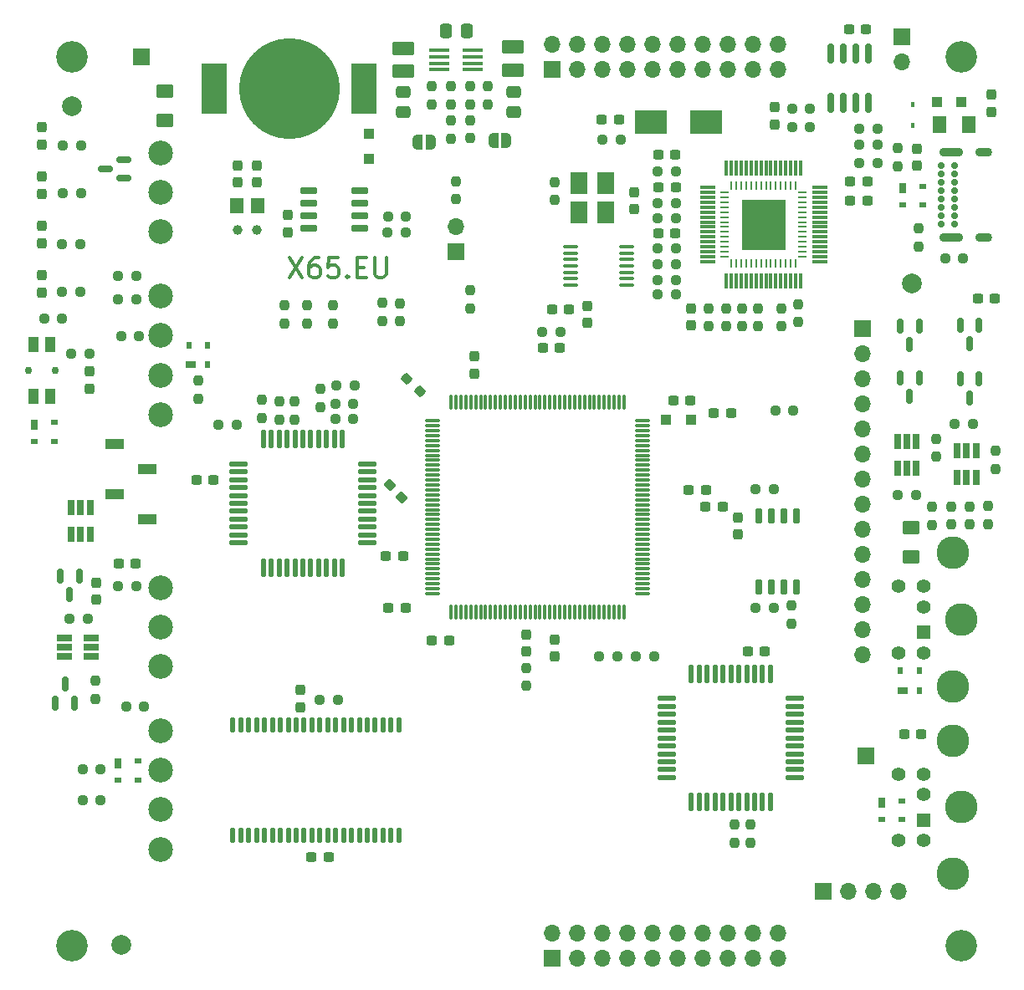
<source format=gbr>
%TF.GenerationSoftware,KiCad,Pcbnew,(6.0.7)*%
%TF.CreationDate,2023-03-28T13:11:04+02:00*%
%TF.ProjectId,open65,6f70656e-3635-42e6-9b69-6361645f7063,rev01*%
%TF.SameCoordinates,Original*%
%TF.FileFunction,Soldermask,Top*%
%TF.FilePolarity,Negative*%
%FSLAX46Y46*%
G04 Gerber Fmt 4.6, Leading zero omitted, Abs format (unit mm)*
G04 Created by KiCad (PCBNEW (6.0.7)) date 2023-03-28 13:11:04*
%MOMM*%
%LPD*%
G01*
G04 APERTURE LIST*
G04 Aperture macros list*
%AMRoundRect*
0 Rectangle with rounded corners*
0 $1 Rounding radius*
0 $2 $3 $4 $5 $6 $7 $8 $9 X,Y pos of 4 corners*
0 Add a 4 corners polygon primitive as box body*
4,1,4,$2,$3,$4,$5,$6,$7,$8,$9,$2,$3,0*
0 Add four circle primitives for the rounded corners*
1,1,$1+$1,$2,$3*
1,1,$1+$1,$4,$5*
1,1,$1+$1,$6,$7*
1,1,$1+$1,$8,$9*
0 Add four rect primitives between the rounded corners*
20,1,$1+$1,$2,$3,$4,$5,0*
20,1,$1+$1,$4,$5,$6,$7,0*
20,1,$1+$1,$6,$7,$8,$9,0*
20,1,$1+$1,$8,$9,$2,$3,0*%
%AMFreePoly0*
4,1,22,0.500000,-0.750000,0.000000,-0.750000,0.000000,-0.745033,-0.079941,-0.743568,-0.215256,-0.701293,-0.333266,-0.622738,-0.424486,-0.514219,-0.481581,-0.384460,-0.499164,-0.250000,-0.500000,-0.250000,-0.500000,0.250000,-0.499164,0.250000,-0.499963,0.256109,-0.478152,0.396186,-0.417904,0.524511,-0.324060,0.630769,-0.204165,0.706417,-0.067858,0.745374,0.000000,0.744959,0.000000,0.750000,
0.500000,0.750000,0.500000,-0.750000,0.500000,-0.750000,$1*%
%AMFreePoly1*
4,1,20,0.000000,0.744959,0.073905,0.744508,0.209726,0.703889,0.328688,0.626782,0.421226,0.519385,0.479903,0.390333,0.500000,0.250000,0.500000,-0.250000,0.499851,-0.262216,0.476331,-0.402017,0.414519,-0.529596,0.319384,-0.634700,0.198574,-0.708877,0.061801,-0.746166,0.000000,-0.745033,0.000000,-0.750000,-0.500000,-0.750000,-0.500000,0.750000,0.000000,0.750000,0.000000,0.744959,
0.000000,0.744959,$1*%
G04 Aperture macros list end*
%ADD10C,0.300000*%
%ADD11R,1.760000X2.250000*%
%ADD12RoundRect,0.137500X-0.137500X-0.800000X0.137500X-0.800000X0.137500X0.800000X-0.137500X0.800000X0*%
%ADD13RoundRect,0.137500X-0.800000X-0.137500X0.800000X-0.137500X0.800000X0.137500X-0.800000X0.137500X0*%
%ADD14RoundRect,0.137500X0.800000X0.137500X-0.800000X0.137500X-0.800000X-0.137500X0.800000X-0.137500X0*%
%ADD15RoundRect,0.137500X0.137500X0.800000X-0.137500X0.800000X-0.137500X-0.800000X0.137500X-0.800000X0*%
%ADD16RoundRect,0.237500X-0.237500X0.250000X-0.237500X-0.250000X0.237500X-0.250000X0.237500X0.250000X0*%
%ADD17R,0.650000X1.560000*%
%ADD18C,0.700000*%
%ADD19O,1.700000X0.900000*%
%ADD20O,2.400000X0.900000*%
%ADD21RoundRect,0.237500X0.250000X0.237500X-0.250000X0.237500X-0.250000X-0.237500X0.250000X-0.237500X0*%
%ADD22RoundRect,0.150000X-0.150000X0.587500X-0.150000X-0.587500X0.150000X-0.587500X0.150000X0.587500X0*%
%ADD23RoundRect,0.237500X0.300000X0.237500X-0.300000X0.237500X-0.300000X-0.237500X0.300000X-0.237500X0*%
%ADD24RoundRect,0.237500X-0.300000X-0.237500X0.300000X-0.237500X0.300000X0.237500X-0.300000X0.237500X0*%
%ADD25RoundRect,0.237500X0.237500X-0.250000X0.237500X0.250000X-0.237500X0.250000X-0.237500X-0.250000X0*%
%ADD26R,1.700000X1.700000*%
%ADD27RoundRect,0.237500X-0.250000X-0.237500X0.250000X-0.237500X0.250000X0.237500X-0.250000X0.237500X0*%
%ADD28R,1.560000X0.650000*%
%ADD29RoundRect,0.150000X-0.725000X-0.150000X0.725000X-0.150000X0.725000X0.150000X-0.725000X0.150000X0*%
%ADD30RoundRect,0.250001X-0.462499X-0.624999X0.462499X-0.624999X0.462499X0.624999X-0.462499X0.624999X0*%
%ADD31RoundRect,0.237500X-0.237500X0.300000X-0.237500X-0.300000X0.237500X-0.300000X0.237500X0.300000X0*%
%ADD32RoundRect,0.250001X-0.624999X0.462499X-0.624999X-0.462499X0.624999X-0.462499X0.624999X0.462499X0*%
%ADD33RoundRect,0.237500X-0.237500X0.287500X-0.237500X-0.287500X0.237500X-0.287500X0.237500X0.287500X0*%
%ADD34RoundRect,0.237500X0.344715X-0.008839X-0.008839X0.344715X-0.344715X0.008839X0.008839X-0.344715X0*%
%ADD35C,3.200000*%
%ADD36RoundRect,0.250001X-0.849999X0.462499X-0.849999X-0.462499X0.849999X-0.462499X0.849999X0.462499X0*%
%ADD37C,2.000000*%
%ADD38R,0.450000X0.600000*%
%ADD39C,1.000000*%
%ADD40C,0.750000*%
%ADD41R,1.000000X1.550000*%
%ADD42R,1.000000X1.000000*%
%ADD43RoundRect,0.150000X0.150000X-0.650000X0.150000X0.650000X-0.150000X0.650000X-0.150000X-0.650000X0*%
%ADD44RoundRect,0.237500X0.237500X-0.287500X0.237500X0.287500X-0.237500X0.287500X-0.237500X-0.287500X0*%
%ADD45RoundRect,0.237500X0.237500X-0.300000X0.237500X0.300000X-0.237500X0.300000X-0.237500X-0.300000X0*%
%ADD46R,1.900000X1.000000*%
%ADD47RoundRect,0.250000X0.475000X-0.337500X0.475000X0.337500X-0.475000X0.337500X-0.475000X-0.337500X0*%
%ADD48RoundRect,0.137500X-0.137500X0.625000X-0.137500X-0.625000X0.137500X-0.625000X0.137500X0.625000X0*%
%ADD49R,0.700000X1.000000*%
%ADD50R,0.700000X0.600000*%
%ADD51RoundRect,0.237500X-0.380070X0.044194X0.044194X-0.380070X0.380070X-0.044194X-0.044194X0.380070X0*%
%ADD52RoundRect,0.062500X-0.375000X-0.062500X0.375000X-0.062500X0.375000X0.062500X-0.375000X0.062500X0*%
%ADD53RoundRect,0.062500X-0.062500X-0.375000X0.062500X-0.375000X0.062500X0.375000X-0.062500X0.375000X0*%
%ADD54R,4.500000X5.200000*%
%ADD55RoundRect,0.075000X-0.700000X-0.075000X0.700000X-0.075000X0.700000X0.075000X-0.700000X0.075000X0*%
%ADD56RoundRect,0.075000X-0.075000X-0.700000X0.075000X-0.700000X0.075000X0.700000X-0.075000X0.700000X0*%
%ADD57O,1.700000X1.700000*%
%ADD58R,3.325000X2.400000*%
%ADD59R,2.500000X5.100000*%
%ADD60C,10.200000*%
%ADD61RoundRect,0.075000X-0.662500X-0.075000X0.662500X-0.075000X0.662500X0.075000X-0.662500X0.075000X0*%
%ADD62RoundRect,0.075000X-0.075000X-0.662500X0.075000X-0.662500X0.075000X0.662500X-0.075000X0.662500X0*%
%ADD63RoundRect,0.100000X0.637500X0.100000X-0.637500X0.100000X-0.637500X-0.100000X0.637500X-0.100000X0*%
%ADD64FreePoly0,180.000000*%
%ADD65FreePoly1,180.000000*%
%ADD66RoundRect,0.150000X0.587500X0.150000X-0.587500X0.150000X-0.587500X-0.150000X0.587500X-0.150000X0*%
%ADD67R,2.000000X0.400000*%
%ADD68RoundRect,0.150000X0.150000X-0.587500X0.150000X0.587500X-0.150000X0.587500X-0.150000X-0.587500X0*%
%ADD69RoundRect,0.250000X0.337500X0.475000X-0.337500X0.475000X-0.337500X-0.475000X0.337500X-0.475000X0*%
%ADD70R,1.000000X0.700000*%
%ADD71R,0.600000X0.700000*%
%ADD72RoundRect,0.150000X0.150000X-0.825000X0.150000X0.825000X-0.150000X0.825000X-0.150000X-0.825000X0*%
%ADD73R,1.400000X1.500000*%
%ADD74RoundRect,0.250001X0.849999X-0.462499X0.849999X0.462499X-0.849999X0.462499X-0.849999X-0.462499X0*%
%ADD75FreePoly0,0.000000*%
%ADD76FreePoly1,0.000000*%
%ADD77R,1.398000X1.398000*%
%ADD78C,1.398000*%
%ADD79C,3.306000*%
%ADD80C,2.500000*%
G04 APERTURE END LIST*
D10*
X82000000Y-75384761D02*
X83333333Y-77384761D01*
X83333333Y-75384761D02*
X82000000Y-77384761D01*
X84952380Y-75384761D02*
X84571428Y-75384761D01*
X84380952Y-75480000D01*
X84285714Y-75575238D01*
X84095238Y-75860952D01*
X84000000Y-76241904D01*
X84000000Y-77003809D01*
X84095238Y-77194285D01*
X84190476Y-77289523D01*
X84380952Y-77384761D01*
X84761904Y-77384761D01*
X84952380Y-77289523D01*
X85047619Y-77194285D01*
X85142857Y-77003809D01*
X85142857Y-76527619D01*
X85047619Y-76337142D01*
X84952380Y-76241904D01*
X84761904Y-76146666D01*
X84380952Y-76146666D01*
X84190476Y-76241904D01*
X84095238Y-76337142D01*
X84000000Y-76527619D01*
X86952380Y-75384761D02*
X86000000Y-75384761D01*
X85904761Y-76337142D01*
X86000000Y-76241904D01*
X86190476Y-76146666D01*
X86666666Y-76146666D01*
X86857142Y-76241904D01*
X86952380Y-76337142D01*
X87047619Y-76527619D01*
X87047619Y-77003809D01*
X86952380Y-77194285D01*
X86857142Y-77289523D01*
X86666666Y-77384761D01*
X86190476Y-77384761D01*
X86000000Y-77289523D01*
X85904761Y-77194285D01*
X87904761Y-77194285D02*
X88000000Y-77289523D01*
X87904761Y-77384761D01*
X87809523Y-77289523D01*
X87904761Y-77194285D01*
X87904761Y-77384761D01*
X88857142Y-76337142D02*
X89523809Y-76337142D01*
X89809523Y-77384761D02*
X88857142Y-77384761D01*
X88857142Y-75384761D01*
X89809523Y-75384761D01*
X90666666Y-75384761D02*
X90666666Y-77003809D01*
X90761904Y-77194285D01*
X90857142Y-77289523D01*
X91047619Y-77384761D01*
X91428571Y-77384761D01*
X91619047Y-77289523D01*
X91714285Y-77194285D01*
X91809523Y-77003809D01*
X91809523Y-75384761D01*
D11*
%TO.C,X301*%
X114050000Y-67825000D03*
X111350000Y-67825000D03*
X111350000Y-70775000D03*
X114050000Y-70775000D03*
%TD*%
D12*
%TO.C,U201*%
X79380000Y-93752500D03*
X80180000Y-93752500D03*
X80980000Y-93752500D03*
X81780000Y-93752500D03*
X82580000Y-93752500D03*
X83380000Y-93752500D03*
X84180000Y-93752500D03*
X84980000Y-93752500D03*
X85780000Y-93752500D03*
X86580000Y-93752500D03*
X87380000Y-93752500D03*
D13*
X89867500Y-96240000D03*
X89867500Y-97040000D03*
X89867500Y-97840000D03*
X89867500Y-98640000D03*
X89867500Y-99440000D03*
X89867500Y-100240000D03*
X89867500Y-101040000D03*
X89867500Y-101840000D03*
X89867500Y-102640000D03*
X89867500Y-103440000D03*
X89867500Y-104240000D03*
D12*
X87380000Y-106727500D03*
X86580000Y-106727500D03*
X85780000Y-106727500D03*
X84980000Y-106727500D03*
X84180000Y-106727500D03*
X83380000Y-106727500D03*
X82580000Y-106727500D03*
X81780000Y-106727500D03*
X80980000Y-106727500D03*
X80180000Y-106727500D03*
X79380000Y-106727500D03*
D13*
X76892500Y-104240000D03*
X76892500Y-103440000D03*
X76892500Y-102640000D03*
X76892500Y-101840000D03*
X76892500Y-101040000D03*
X76892500Y-100240000D03*
X76892500Y-99440000D03*
X76892500Y-98640000D03*
X76892500Y-97840000D03*
X76892500Y-97040000D03*
X76892500Y-96240000D03*
%TD*%
D14*
%TO.C,U401*%
X133187500Y-128000000D03*
X133187500Y-127200000D03*
X133187500Y-126400000D03*
X133187500Y-125600000D03*
X133187500Y-124800000D03*
X133187500Y-124000000D03*
X133187500Y-123200000D03*
X133187500Y-122400000D03*
X133187500Y-121600000D03*
X133187500Y-120800000D03*
X133187500Y-120000000D03*
D15*
X130700000Y-117512500D03*
X129900000Y-117512500D03*
X129100000Y-117512500D03*
X128300000Y-117512500D03*
X127500000Y-117512500D03*
X126700000Y-117512500D03*
X125900000Y-117512500D03*
X125100000Y-117512500D03*
X124300000Y-117512500D03*
X123500000Y-117512500D03*
X122700000Y-117512500D03*
D14*
X120212500Y-120000000D03*
X120212500Y-120800000D03*
X120212500Y-121600000D03*
X120212500Y-122400000D03*
X120212500Y-123200000D03*
X120212500Y-124000000D03*
X120212500Y-124800000D03*
X120212500Y-125600000D03*
X120212500Y-126400000D03*
X120212500Y-127200000D03*
X120212500Y-128000000D03*
D15*
X122700000Y-130487500D03*
X123500000Y-130487500D03*
X124300000Y-130487500D03*
X125100000Y-130487500D03*
X125900000Y-130487500D03*
X126700000Y-130487500D03*
X127500000Y-130487500D03*
X128300000Y-130487500D03*
X129100000Y-130487500D03*
X129900000Y-130487500D03*
X130700000Y-130487500D03*
%TD*%
D16*
%TO.C,R517*%
X100300000Y-78687500D03*
X100300000Y-80512500D03*
%TD*%
D17*
%TO.C,U602*%
X149600000Y-97600000D03*
X150550000Y-97600000D03*
X151500000Y-97600000D03*
X151500000Y-94900000D03*
X150550000Y-94900000D03*
X149600000Y-94900000D03*
%TD*%
D18*
%TO.C,J501*%
X147975000Y-71975000D03*
X147975000Y-71125000D03*
X147975000Y-70275000D03*
X147975000Y-69425000D03*
X147975000Y-68575000D03*
X147975000Y-67725000D03*
X147975000Y-66875000D03*
X147975000Y-66025000D03*
X149325000Y-66025000D03*
X149325000Y-66875000D03*
X149325000Y-67725000D03*
X149325000Y-68575000D03*
X149325000Y-69425000D03*
X149325000Y-70275000D03*
X149325000Y-71125000D03*
X149325000Y-71975000D03*
D19*
X152335000Y-64675000D03*
X152335000Y-73325000D03*
D20*
X148955000Y-64675000D03*
X148955000Y-73325000D03*
%TD*%
D21*
%TO.C,R305*%
X131012500Y-98800000D03*
X129187500Y-98800000D03*
%TD*%
D22*
%TO.C,Q601*%
X145750000Y-87512500D03*
X143850000Y-87512500D03*
X144800000Y-89387500D03*
%TD*%
D23*
%TO.C,C601*%
X153412500Y-79500000D03*
X151687500Y-79500000D03*
%TD*%
D21*
%TO.C,R514*%
X121112500Y-77600000D03*
X119287500Y-77600000D03*
%TD*%
%TO.C,R515*%
X121112500Y-79100000D03*
X119287500Y-79100000D03*
%TD*%
D24*
%TO.C,C502*%
X138787500Y-67680000D03*
X140512500Y-67680000D03*
%TD*%
D16*
%TO.C,R214*%
X83800000Y-80167500D03*
X83800000Y-81992500D03*
%TD*%
D25*
%TO.C,R414*%
X62400000Y-120012500D03*
X62400000Y-118187500D03*
%TD*%
D26*
%TO.C,J703*%
X140400000Y-125800000D03*
%TD*%
D27*
%TO.C,R707*%
X59087500Y-64000000D03*
X60912500Y-64000000D03*
%TD*%
D28*
%TO.C,U403*%
X59250000Y-113850000D03*
X59250000Y-114800000D03*
X59250000Y-115750000D03*
X61950000Y-115750000D03*
X61950000Y-114800000D03*
X61950000Y-113850000D03*
%TD*%
D21*
%TO.C,R509*%
X134712500Y-62100000D03*
X132887500Y-62100000D03*
%TD*%
D29*
%TO.C,U402*%
X83975000Y-68575000D03*
X83975000Y-69845000D03*
X83975000Y-71115000D03*
X83975000Y-72385000D03*
X89125000Y-72385000D03*
X89125000Y-71115000D03*
X89125000Y-69845000D03*
X89125000Y-68575000D03*
%TD*%
D30*
%TO.C,F501*%
X147812500Y-61900000D03*
X150787500Y-61900000D03*
%TD*%
D31*
%TO.C,C307*%
X106000000Y-113537500D03*
X106000000Y-115262500D03*
%TD*%
D32*
%TO.C,F401*%
X69400000Y-58512500D03*
X69400000Y-61487500D03*
%TD*%
D24*
%TO.C,C405*%
X64737500Y-106350000D03*
X66462500Y-106350000D03*
%TD*%
D25*
%TO.C,R207*%
X86400000Y-81992500D03*
X86400000Y-80167500D03*
%TD*%
D33*
%TO.C,D502*%
X153100000Y-58825000D03*
X153100000Y-60575000D03*
%TD*%
D31*
%TO.C,C309*%
X127400000Y-101637500D03*
X127400000Y-103362500D03*
%TD*%
D27*
%TO.C,R508*%
X139687500Y-63900000D03*
X141512500Y-63900000D03*
%TD*%
D17*
%TO.C,U404*%
X59950000Y-103350000D03*
X60900000Y-103350000D03*
X61850000Y-103350000D03*
X61850000Y-100650000D03*
X60900000Y-100650000D03*
X59950000Y-100650000D03*
%TD*%
D34*
%TO.C,R210*%
X95195235Y-88875235D03*
X93904765Y-87584765D03*
%TD*%
D31*
%TO.C,C201*%
X83100000Y-119137500D03*
X83100000Y-120862500D03*
%TD*%
D25*
%TO.C,R604*%
X152700000Y-102312500D03*
X152700000Y-100487500D03*
%TD*%
D21*
%TO.C,R209*%
X88483500Y-90200000D03*
X86658500Y-90200000D03*
%TD*%
%TO.C,R415*%
X60825000Y-74000000D03*
X59000000Y-74000000D03*
%TD*%
D16*
%TO.C,R606*%
X147500000Y-93687500D03*
X147500000Y-95512500D03*
%TD*%
D31*
%TO.C,C303*%
X112200000Y-80217500D03*
X112200000Y-81942500D03*
%TD*%
D21*
%TO.C,R502*%
X150212500Y-75400000D03*
X148387500Y-75400000D03*
%TD*%
D24*
%TO.C,C505*%
X113637500Y-61380000D03*
X115362500Y-61380000D03*
%TD*%
%TO.C,C314*%
X120887500Y-89830000D03*
X122612500Y-89830000D03*
%TD*%
D27*
%TO.C,R307*%
X59087500Y-68800000D03*
X60912500Y-68800000D03*
%TD*%
D16*
%TO.C,R304*%
X132800000Y-110587500D03*
X132800000Y-112412500D03*
%TD*%
D35*
%TO.C,H101*%
X60000000Y-55000000D03*
%TD*%
D16*
%TO.C,R401*%
X127100000Y-132787500D03*
X127100000Y-134612500D03*
%TD*%
D27*
%TO.C,R412*%
X64687500Y-79600000D03*
X66512500Y-79600000D03*
%TD*%
D36*
%TO.C,L702*%
X104600000Y-54037500D03*
X104600000Y-56362500D03*
%TD*%
D35*
%TO.C,H103*%
X150000000Y-145000000D03*
%TD*%
D24*
%TO.C,C202*%
X84237500Y-136080000D03*
X85962500Y-136080000D03*
%TD*%
D21*
%TO.C,R513*%
X121112500Y-76000000D03*
X119287500Y-76000000D03*
%TD*%
D16*
%TO.C,R501*%
X145700000Y-72387500D03*
X145700000Y-74212500D03*
%TD*%
%TO.C,R511*%
X126250000Y-80467500D03*
X126250000Y-82292500D03*
%TD*%
D37*
%TO.C,FID101*%
X60000000Y-59980000D03*
%TD*%
D38*
%TO.C,D503*%
X145100000Y-59850000D03*
X145100000Y-61950000D03*
%TD*%
D39*
%TO.C,Y401*%
X76800000Y-72580000D03*
X78700000Y-72580000D03*
%TD*%
D25*
%TO.C,R703*%
X98400000Y-63312500D03*
X98400000Y-61487500D03*
%TD*%
%TO.C,R503*%
X143600000Y-66112500D03*
X143600000Y-64287500D03*
%TD*%
D40*
%TO.C,SW301*%
X58325000Y-86750000D03*
X55575000Y-86750000D03*
D41*
X56100000Y-89375000D03*
X56100000Y-84125000D03*
X57800000Y-89375000D03*
X57800000Y-84125000D03*
%TD*%
D31*
%TO.C,C509*%
X122650000Y-80517500D03*
X122650000Y-82242500D03*
%TD*%
D27*
%TO.C,R309*%
X113687500Y-63430000D03*
X115512500Y-63430000D03*
%TD*%
D16*
%TO.C,R608*%
X153450000Y-94937500D03*
X153450000Y-96762500D03*
%TD*%
D31*
%TO.C,C302*%
X108900000Y-114037500D03*
X108900000Y-115762500D03*
%TD*%
D42*
%TO.C,D301*%
X120150000Y-91800000D03*
X122650000Y-91800000D03*
%TD*%
D16*
%TO.C,R516*%
X129450000Y-80467500D03*
X129450000Y-82292500D03*
%TD*%
D21*
%TO.C,R302*%
X131012500Y-110800000D03*
X129187500Y-110800000D03*
%TD*%
%TO.C,R607*%
X151162500Y-92200000D03*
X149337500Y-92200000D03*
%TD*%
D16*
%TO.C,R510*%
X124450000Y-80467500D03*
X124450000Y-82292500D03*
%TD*%
D27*
%TO.C,R306*%
X117087500Y-115700000D03*
X118912500Y-115700000D03*
%TD*%
D31*
%TO.C,C317*%
X61750000Y-86887500D03*
X61750000Y-88612500D03*
%TD*%
D21*
%TO.C,R506*%
X134712500Y-60300000D03*
X132887500Y-60300000D03*
%TD*%
D37*
%TO.C,FID102*%
X145000000Y-77980000D03*
%TD*%
D27*
%TO.C,R505*%
X119287500Y-74400000D03*
X121112500Y-74400000D03*
%TD*%
D23*
%TO.C,C503*%
X121062500Y-72900000D03*
X119337500Y-72900000D03*
%TD*%
D25*
%TO.C,R407*%
X72800000Y-89612500D03*
X72800000Y-87787500D03*
%TD*%
D43*
%TO.C,U302*%
X129495000Y-108700000D03*
X130765000Y-108700000D03*
X132035000Y-108700000D03*
X133305000Y-108700000D03*
X133305000Y-101500000D03*
X132035000Y-101500000D03*
X130765000Y-101500000D03*
X129495000Y-101500000D03*
%TD*%
D31*
%TO.C,C501*%
X145500000Y-64337500D03*
X145500000Y-66062500D03*
%TD*%
D16*
%TO.C,R512*%
X127850000Y-80467500D03*
X127850000Y-82292500D03*
%TD*%
D44*
%TO.C,D402*%
X57000000Y-73875000D03*
X57000000Y-72125000D03*
%TD*%
D24*
%TO.C,C305*%
X124137500Y-100580000D03*
X125862500Y-100580000D03*
%TD*%
D23*
%TO.C,C311*%
X93500000Y-105580000D03*
X91775000Y-105580000D03*
%TD*%
D27*
%TO.C,R406*%
X61087500Y-127200000D03*
X62912500Y-127200000D03*
%TD*%
D45*
%TO.C,C315*%
X116900000Y-70462500D03*
X116900000Y-68737500D03*
%TD*%
D23*
%TO.C,C504*%
X121112500Y-68250000D03*
X119387500Y-68250000D03*
%TD*%
D26*
%TO.C,J702*%
X67000000Y-55000000D03*
%TD*%
D27*
%TO.C,R504*%
X119287500Y-69800000D03*
X121112500Y-69800000D03*
%TD*%
D25*
%TO.C,R706*%
X100300000Y-63262500D03*
X100300000Y-61437500D03*
%TD*%
D46*
%TO.C,J604*%
X64350000Y-94190000D03*
X67650000Y-96730000D03*
X64350000Y-99270000D03*
X67650000Y-101810000D03*
%TD*%
D42*
%TO.C,D401*%
X90100000Y-65350000D03*
X90100000Y-62850000D03*
%TD*%
D37*
%TO.C,FID104*%
X65000000Y-144980000D03*
%TD*%
D24*
%TO.C,C406*%
X128400000Y-115200000D03*
X130125000Y-115200000D03*
%TD*%
D47*
%TO.C,C703*%
X104700000Y-60637500D03*
X104700000Y-58562500D03*
%TD*%
D24*
%TO.C,C507*%
X138637500Y-52200000D03*
X140362500Y-52200000D03*
%TD*%
D22*
%TO.C,Q603*%
X151800000Y-82212500D03*
X149900000Y-82212500D03*
X150850000Y-84087500D03*
%TD*%
D45*
%TO.C,C404*%
X62500000Y-109962500D03*
X62500000Y-108237500D03*
%TD*%
D48*
%TO.C,U202*%
X93100000Y-122712500D03*
X92300000Y-122712500D03*
X91500000Y-122712500D03*
X90700000Y-122712500D03*
X89900000Y-122712500D03*
X89100000Y-122712500D03*
X88300000Y-122712500D03*
X87500000Y-122712500D03*
X86700000Y-122712500D03*
X85900000Y-122712500D03*
X85100000Y-122712500D03*
X84300000Y-122712500D03*
X83500000Y-122712500D03*
X82700000Y-122712500D03*
X81900000Y-122712500D03*
X81100000Y-122712500D03*
X80300000Y-122712500D03*
X79500000Y-122712500D03*
X78700000Y-122712500D03*
X77900000Y-122712500D03*
X77100000Y-122712500D03*
X76300000Y-122712500D03*
X76300000Y-133887500D03*
X77100000Y-133887500D03*
X77900000Y-133887500D03*
X78700000Y-133887500D03*
X79500000Y-133887500D03*
X80300000Y-133887500D03*
X81100000Y-133887500D03*
X81900000Y-133887500D03*
X82700000Y-133887500D03*
X83500000Y-133887500D03*
X84300000Y-133887500D03*
X85100000Y-133887500D03*
X85900000Y-133887500D03*
X86700000Y-133887500D03*
X87500000Y-133887500D03*
X88300000Y-133887500D03*
X89100000Y-133887500D03*
X89900000Y-133887500D03*
X90700000Y-133887500D03*
X91500000Y-133887500D03*
X92300000Y-133887500D03*
X93100000Y-133887500D03*
%TD*%
D27*
%TO.C,R204*%
X74847500Y-92239000D03*
X76672500Y-92239000D03*
%TD*%
D49*
%TO.C,D303*%
X56200000Y-92250000D03*
D50*
X56200000Y-93950000D03*
X58200000Y-93950000D03*
X58200000Y-92050000D03*
%TD*%
D25*
%TO.C,R212*%
X82491000Y-91754500D03*
X82491000Y-89929500D03*
%TD*%
D21*
%TO.C,R416*%
X60825000Y-78800000D03*
X59000000Y-78800000D03*
%TD*%
D25*
%TO.C,R602*%
X149000000Y-102362500D03*
X149000000Y-100537500D03*
%TD*%
D51*
%TO.C,C204*%
X92190120Y-98390120D03*
X93409880Y-99609880D03*
%TD*%
D45*
%TO.C,C402*%
X76800000Y-67742500D03*
X76800000Y-66017500D03*
%TD*%
D52*
%TO.C,U501*%
X126062500Y-68750000D03*
X126062500Y-69250000D03*
X126062500Y-69750000D03*
X126062500Y-70250000D03*
X126062500Y-70750000D03*
X126062500Y-71250000D03*
X126062500Y-71750000D03*
X126062500Y-72250000D03*
X126062500Y-72750000D03*
X126062500Y-73250000D03*
X126062500Y-73750000D03*
X126062500Y-74250000D03*
X126062500Y-74750000D03*
X126062500Y-75250000D03*
D53*
X126750000Y-75937500D03*
X127250000Y-75937500D03*
X127750000Y-75937500D03*
X128250000Y-75937500D03*
X128750000Y-75937500D03*
X129250000Y-75937500D03*
X129750000Y-75937500D03*
X130250000Y-75937500D03*
X130750000Y-75937500D03*
X131250000Y-75937500D03*
X131750000Y-75937500D03*
X132250000Y-75937500D03*
X132750000Y-75937500D03*
X133250000Y-75937500D03*
D52*
X133937500Y-75250000D03*
X133937500Y-74750000D03*
X133937500Y-74250000D03*
X133937500Y-73750000D03*
X133937500Y-73250000D03*
X133937500Y-72750000D03*
X133937500Y-72250000D03*
X133937500Y-71750000D03*
X133937500Y-71250000D03*
X133937500Y-70750000D03*
X133937500Y-70250000D03*
X133937500Y-69750000D03*
X133937500Y-69250000D03*
X133937500Y-68750000D03*
D53*
X133250000Y-68062500D03*
X132750000Y-68062500D03*
X132250000Y-68062500D03*
X131750000Y-68062500D03*
X131250000Y-68062500D03*
X130750000Y-68062500D03*
X130250000Y-68062500D03*
X129750000Y-68062500D03*
X129250000Y-68062500D03*
X128750000Y-68062500D03*
X128250000Y-68062500D03*
X127750000Y-68062500D03*
X127250000Y-68062500D03*
X126750000Y-68062500D03*
D54*
X130000000Y-72000000D03*
%TD*%
D21*
%TO.C,R301*%
X115212500Y-115700000D03*
X113387500Y-115700000D03*
%TD*%
%TO.C,R507*%
X141512500Y-62300000D03*
X139687500Y-62300000D03*
%TD*%
D25*
%TO.C,R206*%
X79200000Y-91592500D03*
X79200000Y-89767500D03*
%TD*%
D16*
%TO.C,R518*%
X131800000Y-80467500D03*
X131800000Y-82292500D03*
%TD*%
D24*
%TO.C,C508*%
X138775000Y-69600000D03*
X140500000Y-69600000D03*
%TD*%
D25*
%TO.C,R521*%
X98850000Y-69442500D03*
X98850000Y-67617500D03*
%TD*%
D16*
%TO.C,R202*%
X93200000Y-79967500D03*
X93200000Y-81792500D03*
%TD*%
D55*
%TO.C,U504*%
X124325000Y-68250000D03*
X124325000Y-68750000D03*
X124325000Y-69250000D03*
X124325000Y-69750000D03*
X124325000Y-70250000D03*
X124325000Y-70750000D03*
X124325000Y-71250000D03*
X124325000Y-71750000D03*
X124325000Y-72250000D03*
X124325000Y-72750000D03*
X124325000Y-73250000D03*
X124325000Y-73750000D03*
X124325000Y-74250000D03*
X124325000Y-74750000D03*
X124325000Y-75250000D03*
X124325000Y-75750000D03*
D56*
X126250000Y-77675000D03*
X126750000Y-77675000D03*
X127250000Y-77675000D03*
X127750000Y-77675000D03*
X128250000Y-77675000D03*
X128750000Y-77675000D03*
X129250000Y-77675000D03*
X129750000Y-77675000D03*
X130250000Y-77675000D03*
X130750000Y-77675000D03*
X131250000Y-77675000D03*
X131750000Y-77675000D03*
X132250000Y-77675000D03*
X132750000Y-77675000D03*
X133250000Y-77675000D03*
X133750000Y-77675000D03*
D55*
X135675000Y-75750000D03*
X135675000Y-75250000D03*
X135675000Y-74750000D03*
X135675000Y-74250000D03*
X135675000Y-73750000D03*
X135675000Y-73250000D03*
X135675000Y-72750000D03*
X135675000Y-72250000D03*
X135675000Y-71750000D03*
X135675000Y-71250000D03*
X135675000Y-70750000D03*
X135675000Y-70250000D03*
X135675000Y-69750000D03*
X135675000Y-69250000D03*
X135675000Y-68750000D03*
X135675000Y-68250000D03*
D56*
X133750000Y-66325000D03*
X133250000Y-66325000D03*
X132750000Y-66325000D03*
X132250000Y-66325000D03*
X131750000Y-66325000D03*
X131250000Y-66325000D03*
X130750000Y-66325000D03*
X130250000Y-66325000D03*
X129750000Y-66325000D03*
X129250000Y-66325000D03*
X128750000Y-66325000D03*
X128250000Y-66325000D03*
X127750000Y-66325000D03*
X127250000Y-66325000D03*
X126750000Y-66325000D03*
X126250000Y-66325000D03*
%TD*%
D31*
%TO.C,C401*%
X81850000Y-71067500D03*
X81850000Y-72792500D03*
%TD*%
D27*
%TO.C,R520*%
X139687500Y-65760000D03*
X141512500Y-65760000D03*
%TD*%
D16*
%TO.C,R702*%
X96400000Y-57987500D03*
X96400000Y-59812500D03*
%TD*%
D27*
%TO.C,FB502*%
X119287500Y-66600000D03*
X121112500Y-66600000D03*
%TD*%
D22*
%TO.C,Q602*%
X145750000Y-82262500D03*
X143850000Y-82262500D03*
X144800000Y-84137500D03*
%TD*%
D16*
%TO.C,R402*%
X128700000Y-132787500D03*
X128700000Y-134612500D03*
%TD*%
D45*
%TO.C,C306*%
X100750000Y-87079999D03*
X100750000Y-85354999D03*
%TD*%
D26*
%TO.C,J601*%
X108575000Y-146275000D03*
D57*
X108575000Y-143735000D03*
X111115000Y-146275000D03*
X111115000Y-143735000D03*
X113655000Y-146275000D03*
X113655000Y-143735000D03*
X116195000Y-146275000D03*
X116195000Y-143735000D03*
X118735000Y-146275000D03*
X118735000Y-143735000D03*
X121275000Y-146275000D03*
X121275000Y-143735000D03*
X123815000Y-146275000D03*
X123815000Y-143735000D03*
X126355000Y-146275000D03*
X126355000Y-143735000D03*
X128895000Y-146275000D03*
X128895000Y-143735000D03*
X131435000Y-146275000D03*
X131435000Y-143735000D03*
%TD*%
D27*
%TO.C,R410*%
X64687500Y-77200000D03*
X66512500Y-77200000D03*
%TD*%
D58*
%TO.C,Y501*%
X124162500Y-61630000D03*
X118637500Y-61630000D03*
%TD*%
D59*
%TO.C,BT401*%
X74400000Y-58250000D03*
X89600000Y-58250000D03*
D60*
X82000000Y-58250000D03*
%TD*%
D25*
%TO.C,R205*%
X91400000Y-81780000D03*
X91400000Y-79955000D03*
%TD*%
D45*
%TO.C,C510*%
X131100000Y-61842500D03*
X131100000Y-60117500D03*
%TD*%
D27*
%TO.C,R413*%
X59787500Y-111900000D03*
X61612500Y-111900000D03*
%TD*%
D26*
%TO.C,JP501*%
X98875000Y-74730000D03*
D57*
X98875000Y-72190000D03*
%TD*%
D23*
%TO.C,C602*%
X145962500Y-123600000D03*
X144237500Y-123600000D03*
%TD*%
D42*
%TO.C,D501*%
X147550000Y-59600000D03*
X150050000Y-59600000D03*
%TD*%
D32*
%TO.C,F601*%
X144910000Y-102714564D03*
X144910000Y-105689564D03*
%TD*%
D27*
%TO.C,FB501*%
X119287500Y-71400000D03*
X121112500Y-71400000D03*
%TD*%
D49*
%TO.C,D404*%
X64700000Y-126550000D03*
D50*
X64700000Y-128250000D03*
X66700000Y-128250000D03*
X66700000Y-126350000D03*
%TD*%
D49*
%TO.C,D602*%
X142000000Y-130550000D03*
D50*
X142000000Y-132250000D03*
X144000000Y-132250000D03*
X144000000Y-130350000D03*
%TD*%
D61*
%TO.C,U301*%
X96466500Y-91871000D03*
X96466500Y-92371000D03*
X96466500Y-92871000D03*
X96466500Y-93371000D03*
X96466500Y-93871000D03*
X96466500Y-94371000D03*
X96466500Y-94871000D03*
X96466500Y-95371000D03*
X96466500Y-95871000D03*
X96466500Y-96371000D03*
X96466500Y-96871000D03*
X96466500Y-97371000D03*
X96466500Y-97871000D03*
X96466500Y-98371000D03*
X96466500Y-98871000D03*
X96466500Y-99371000D03*
X96466500Y-99871000D03*
X96466500Y-100371000D03*
X96466500Y-100871000D03*
X96466500Y-101371000D03*
X96466500Y-101871000D03*
X96466500Y-102371000D03*
X96466500Y-102871000D03*
X96466500Y-103371000D03*
X96466500Y-103871000D03*
X96466500Y-104371000D03*
X96466500Y-104871000D03*
X96466500Y-105371000D03*
X96466500Y-105871000D03*
X96466500Y-106371000D03*
X96466500Y-106871000D03*
X96466500Y-107371000D03*
X96466500Y-107871000D03*
X96466500Y-108371000D03*
X96466500Y-108871000D03*
X96466500Y-109371000D03*
D62*
X98379000Y-111283500D03*
X98879000Y-111283500D03*
X99379000Y-111283500D03*
X99879000Y-111283500D03*
X100379000Y-111283500D03*
X100879000Y-111283500D03*
X101379000Y-111283500D03*
X101879000Y-111283500D03*
X102379000Y-111283500D03*
X102879000Y-111283500D03*
X103379000Y-111283500D03*
X103879000Y-111283500D03*
X104379000Y-111283500D03*
X104879000Y-111283500D03*
X105379000Y-111283500D03*
X105879000Y-111283500D03*
X106379000Y-111283500D03*
X106879000Y-111283500D03*
X107379000Y-111283500D03*
X107879000Y-111283500D03*
X108379000Y-111283500D03*
X108879000Y-111283500D03*
X109379000Y-111283500D03*
X109879000Y-111283500D03*
X110379000Y-111283500D03*
X110879000Y-111283500D03*
X111379000Y-111283500D03*
X111879000Y-111283500D03*
X112379000Y-111283500D03*
X112879000Y-111283500D03*
X113379000Y-111283500D03*
X113879000Y-111283500D03*
X114379000Y-111283500D03*
X114879000Y-111283500D03*
X115379000Y-111283500D03*
X115879000Y-111283500D03*
D61*
X117791500Y-109371000D03*
X117791500Y-108871000D03*
X117791500Y-108371000D03*
X117791500Y-107871000D03*
X117791500Y-107371000D03*
X117791500Y-106871000D03*
X117791500Y-106371000D03*
X117791500Y-105871000D03*
X117791500Y-105371000D03*
X117791500Y-104871000D03*
X117791500Y-104371000D03*
X117791500Y-103871000D03*
X117791500Y-103371000D03*
X117791500Y-102871000D03*
X117791500Y-102371000D03*
X117791500Y-101871000D03*
X117791500Y-101371000D03*
X117791500Y-100871000D03*
X117791500Y-100371000D03*
X117791500Y-99871000D03*
X117791500Y-99371000D03*
X117791500Y-98871000D03*
X117791500Y-98371000D03*
X117791500Y-97871000D03*
X117791500Y-97371000D03*
X117791500Y-96871000D03*
X117791500Y-96371000D03*
X117791500Y-95871000D03*
X117791500Y-95371000D03*
X117791500Y-94871000D03*
X117791500Y-94371000D03*
X117791500Y-93871000D03*
X117791500Y-93371000D03*
X117791500Y-92871000D03*
X117791500Y-92371000D03*
X117791500Y-91871000D03*
D62*
X115879000Y-89958500D03*
X115379000Y-89958500D03*
X114879000Y-89958500D03*
X114379000Y-89958500D03*
X113879000Y-89958500D03*
X113379000Y-89958500D03*
X112879000Y-89958500D03*
X112379000Y-89958500D03*
X111879000Y-89958500D03*
X111379000Y-89958500D03*
X110879000Y-89958500D03*
X110379000Y-89958500D03*
X109879000Y-89958500D03*
X109379000Y-89958500D03*
X108879000Y-89958500D03*
X108379000Y-89958500D03*
X107879000Y-89958500D03*
X107379000Y-89958500D03*
X106879000Y-89958500D03*
X106379000Y-89958500D03*
X105879000Y-89958500D03*
X105379000Y-89958500D03*
X104879000Y-89958500D03*
X104379000Y-89958500D03*
X103879000Y-89958500D03*
X103379000Y-89958500D03*
X102879000Y-89958500D03*
X102379000Y-89958500D03*
X101879000Y-89958500D03*
X101379000Y-89958500D03*
X100879000Y-89958500D03*
X100379000Y-89958500D03*
X99879000Y-89958500D03*
X99379000Y-89958500D03*
X98879000Y-89958500D03*
X98379000Y-89958500D03*
%TD*%
D63*
%TO.C,U503*%
X116162500Y-78150000D03*
X116162500Y-77500000D03*
X116162500Y-76850000D03*
X116162500Y-76200000D03*
X116162500Y-75550000D03*
X116162500Y-74900000D03*
X116162500Y-74250000D03*
X110437500Y-74250000D03*
X110437500Y-74900000D03*
X110437500Y-75550000D03*
X110437500Y-76200000D03*
X110437500Y-76850000D03*
X110437500Y-77500000D03*
X110437500Y-78150000D03*
%TD*%
D26*
%TO.C,J602*%
X108575000Y-56275000D03*
D57*
X108575000Y-53735000D03*
X111115000Y-56275000D03*
X111115000Y-53735000D03*
X113655000Y-56275000D03*
X113655000Y-53735000D03*
X116195000Y-56275000D03*
X116195000Y-53735000D03*
X118735000Y-56275000D03*
X118735000Y-53735000D03*
X121275000Y-56275000D03*
X121275000Y-53735000D03*
X123815000Y-56275000D03*
X123815000Y-53735000D03*
X126355000Y-56275000D03*
X126355000Y-53735000D03*
X128895000Y-56275000D03*
X128895000Y-53735000D03*
X131435000Y-56275000D03*
X131435000Y-53735000D03*
%TD*%
D21*
%TO.C,R211*%
X86658500Y-91700000D03*
X88483500Y-91700000D03*
%TD*%
D24*
%TO.C,C316*%
X108587500Y-80580000D03*
X110312500Y-80580000D03*
%TD*%
D17*
%TO.C,U601*%
X143550000Y-96700000D03*
X144500000Y-96700000D03*
X145450000Y-96700000D03*
X145450000Y-94000000D03*
X144500000Y-94000000D03*
X143550000Y-94000000D03*
%TD*%
D27*
%TO.C,R411*%
X64687500Y-108600000D03*
X66512500Y-108600000D03*
%TD*%
D23*
%TO.C,C304*%
X93762500Y-110780000D03*
X92037500Y-110780000D03*
%TD*%
D16*
%TO.C,R519*%
X133500000Y-80067500D03*
X133500000Y-81892500D03*
%TD*%
%TO.C,FB301*%
X106000000Y-116887500D03*
X106000000Y-118712500D03*
%TD*%
D23*
%TO.C,C310*%
X98162500Y-114080000D03*
X96437500Y-114080000D03*
%TD*%
D26*
%TO.C,J607*%
X136050000Y-139500000D03*
D57*
X138590000Y-139500000D03*
X141130000Y-139500000D03*
X143670000Y-139500000D03*
%TD*%
D27*
%TO.C,R601*%
X143575000Y-99350000D03*
X145400000Y-99350000D03*
%TD*%
D24*
%TO.C,C506*%
X119337500Y-64900000D03*
X121062500Y-64900000D03*
%TD*%
D27*
%TO.C,R201*%
X85087500Y-120100000D03*
X86912500Y-120100000D03*
%TD*%
D64*
%TO.C,JP701*%
X96300000Y-63650000D03*
D65*
X95000000Y-63650000D03*
%TD*%
D16*
%TO.C,R203*%
X81500000Y-80167500D03*
X81500000Y-81992500D03*
%TD*%
D66*
%TO.C,Q301*%
X65287500Y-67330000D03*
X65287500Y-65430000D03*
X63412500Y-66380000D03*
%TD*%
D25*
%TO.C,R605*%
X147050000Y-102412500D03*
X147050000Y-100587500D03*
%TD*%
D26*
%TO.C,J603*%
X140000000Y-82560000D03*
D57*
X140000000Y-85100000D03*
X140000000Y-87640000D03*
X140000000Y-90180000D03*
X140000000Y-92720000D03*
X140000000Y-95260000D03*
X140000000Y-97800000D03*
X140000000Y-100340000D03*
X140000000Y-102880000D03*
X140000000Y-105420000D03*
X140000000Y-107960000D03*
X140000000Y-110500000D03*
X140000000Y-113040000D03*
X140000000Y-115580000D03*
%TD*%
D26*
%TO.C,J701*%
X144000000Y-53000000D03*
D57*
X144000000Y-55540000D03*
%TD*%
D24*
%TO.C,C301*%
X124987500Y-91050000D03*
X126712500Y-91050000D03*
%TD*%
D27*
%TO.C,R215*%
X86785500Y-88302000D03*
X88610500Y-88302000D03*
%TD*%
D44*
%TO.C,D701*%
X57000000Y-63925000D03*
X57000000Y-62175000D03*
%TD*%
%TO.C,D302*%
X57000000Y-68875000D03*
X57000000Y-67125000D03*
%TD*%
D27*
%TO.C,R403*%
X91987500Y-71160000D03*
X93812500Y-71160000D03*
%TD*%
D23*
%TO.C,C203*%
X74362500Y-97900000D03*
X72637500Y-97900000D03*
%TD*%
D22*
%TO.C,Q604*%
X151800000Y-87662500D03*
X149900000Y-87662500D03*
X150850000Y-89537500D03*
%TD*%
D16*
%TO.C,R208*%
X80967000Y-89929500D03*
X80967000Y-91754500D03*
%TD*%
D24*
%TO.C,C312*%
X122437500Y-98880000D03*
X124162500Y-98880000D03*
%TD*%
D67*
%TO.C,U701*%
X100560000Y-56320000D03*
X100560000Y-55680000D03*
X100560000Y-55020000D03*
X100560000Y-54380000D03*
X97140000Y-54380000D03*
X97140000Y-55020000D03*
X97140000Y-55680000D03*
X97140000Y-56320000D03*
%TD*%
D16*
%TO.C,R705*%
X102100000Y-57987500D03*
X102100000Y-59812500D03*
%TD*%
D47*
%TO.C,C702*%
X93500000Y-60637500D03*
X93500000Y-58562500D03*
%TD*%
D68*
%TO.C,Q402*%
X58350000Y-120437500D03*
X60250000Y-120437500D03*
X59300000Y-118562500D03*
%TD*%
D21*
%TO.C,R311*%
X61762500Y-85100000D03*
X59937500Y-85100000D03*
%TD*%
D25*
%TO.C,R704*%
X100300000Y-59812500D03*
X100300000Y-57987500D03*
%TD*%
D69*
%TO.C,C701*%
X99937500Y-52400000D03*
X97862500Y-52400000D03*
%TD*%
D27*
%TO.C,R310*%
X57187500Y-81550000D03*
X59012500Y-81550000D03*
%TD*%
D25*
%TO.C,R603*%
X150900000Y-102362500D03*
X150900000Y-100537500D03*
%TD*%
D27*
%TO.C,R408*%
X64975000Y-83300000D03*
X66800000Y-83300000D03*
%TD*%
%TO.C,R409*%
X65487500Y-120800000D03*
X67312500Y-120800000D03*
%TD*%
D70*
%TO.C,D405*%
X72050000Y-86200000D03*
D71*
X73750000Y-86200000D03*
X73750000Y-84200000D03*
X71850000Y-84200000D03*
%TD*%
D44*
%TO.C,D403*%
X57000000Y-78875000D03*
X57000000Y-77125000D03*
%TD*%
D25*
%TO.C,R213*%
X85158000Y-90484500D03*
X85158000Y-88659500D03*
%TD*%
D72*
%TO.C,U502*%
X136805000Y-59655000D03*
X138075000Y-59655000D03*
X139345000Y-59655000D03*
X140615000Y-59655000D03*
X140615000Y-54705000D03*
X139345000Y-54705000D03*
X138075000Y-54705000D03*
X136805000Y-54705000D03*
%TD*%
D49*
%TO.C,D504*%
X144100000Y-68350000D03*
D50*
X144100000Y-70050000D03*
X146100000Y-70050000D03*
X146100000Y-68150000D03*
%TD*%
D35*
%TO.C,H104*%
X60000000Y-145000000D03*
%TD*%
D73*
%TO.C,Y402*%
X76700000Y-70130000D03*
X78800000Y-70130000D03*
%TD*%
D25*
%TO.C,R701*%
X98400000Y-59812500D03*
X98400000Y-57987500D03*
%TD*%
%TO.C,R308*%
X108850000Y-69542500D03*
X108850000Y-67717500D03*
%TD*%
D27*
%TO.C,R405*%
X61087500Y-130300000D03*
X62912500Y-130300000D03*
%TD*%
D22*
%TO.C,Q401*%
X60750000Y-107562500D03*
X58850000Y-107562500D03*
X59800000Y-109437500D03*
%TD*%
D45*
%TO.C,C403*%
X78700000Y-67742500D03*
X78700000Y-66017500D03*
%TD*%
D74*
%TO.C,L701*%
X93500000Y-56462500D03*
X93500000Y-54137500D03*
%TD*%
D35*
%TO.C,H102*%
X150000000Y-55000000D03*
%TD*%
D24*
%TO.C,C308*%
X107637500Y-84505000D03*
X109362500Y-84505000D03*
%TD*%
D27*
%TO.C,R404*%
X91962500Y-72835000D03*
X93787500Y-72835000D03*
%TD*%
%TO.C,R303*%
X131187500Y-90805000D03*
X133012500Y-90805000D03*
%TD*%
%TO.C,FB302*%
X107612500Y-82855000D03*
X109437500Y-82855000D03*
%TD*%
D75*
%TO.C,JP702*%
X102650000Y-63450000D03*
D76*
X103950000Y-63450000D03*
%TD*%
D70*
%TO.C,D601*%
X144050000Y-119200000D03*
D71*
X145750000Y-119200000D03*
X145750000Y-117200000D03*
X143850000Y-117200000D03*
%TD*%
D77*
%TO.C,J606*%
X146190000Y-132300000D03*
D78*
X146190000Y-129700000D03*
X146190000Y-134350000D03*
X146190000Y-127650000D03*
X143700000Y-134350000D03*
X143700000Y-127650000D03*
D79*
X150000000Y-131000000D03*
X149190000Y-124240000D03*
X149190000Y-137760000D03*
%TD*%
D80*
%TO.C,J403*%
X69000000Y-135250000D03*
X69000000Y-131250000D03*
X69000000Y-127250000D03*
X69000000Y-123250000D03*
X69000000Y-116750000D03*
X69000000Y-112750000D03*
X69000000Y-108750000D03*
%TD*%
%TO.C,J404*%
X69000000Y-91250000D03*
X69000000Y-87250000D03*
X69000000Y-83250000D03*
X69000000Y-79250000D03*
X69000000Y-72750000D03*
X69000000Y-68750000D03*
X69000000Y-64750000D03*
%TD*%
D77*
%TO.C,J605*%
X146190000Y-113300000D03*
D78*
X146190000Y-110700000D03*
X146190000Y-115350000D03*
X146190000Y-108650000D03*
X143700000Y-115350000D03*
X143700000Y-108650000D03*
D79*
X150000000Y-112000000D03*
X149190000Y-105240000D03*
X149190000Y-118760000D03*
%TD*%
M02*

</source>
